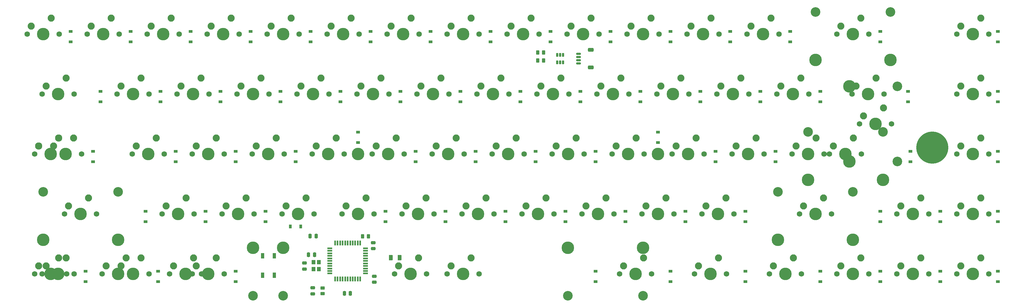
<source format=gbr>
%TF.GenerationSoftware,KiCad,Pcbnew,7.0.9*%
%TF.CreationDate,2023-11-09T15:49:42+02:00*%
%TF.ProjectId,keyboard,6b657962-6f61-4726-942e-6b696361645f,rev?*%
%TF.SameCoordinates,Original*%
%TF.FileFunction,Soldermask,Bot*%
%TF.FilePolarity,Negative*%
%FSLAX46Y46*%
G04 Gerber Fmt 4.6, Leading zero omitted, Abs format (unit mm)*
G04 Created by KiCad (PCBNEW 7.0.9) date 2023-11-09 15:49:42*
%MOMM*%
%LPD*%
G01*
G04 APERTURE LIST*
G04 Aperture macros list*
%AMRoundRect*
0 Rectangle with rounded corners*
0 $1 Rounding radius*
0 $2 $3 $4 $5 $6 $7 $8 $9 X,Y pos of 4 corners*
0 Add a 4 corners polygon primitive as box body*
4,1,4,$2,$3,$4,$5,$6,$7,$8,$9,$2,$3,0*
0 Add four circle primitives for the rounded corners*
1,1,$1+$1,$2,$3*
1,1,$1+$1,$4,$5*
1,1,$1+$1,$6,$7*
1,1,$1+$1,$8,$9*
0 Add four rect primitives between the rounded corners*
20,1,$1+$1,$2,$3,$4,$5,0*
20,1,$1+$1,$4,$5,$6,$7,0*
20,1,$1+$1,$6,$7,$8,$9,0*
20,1,$1+$1,$8,$9,$2,$3,0*%
G04 Aperture macros list end*
%ADD10C,3.048000*%
%ADD11C,3.987800*%
%ADD12C,1.750000*%
%ADD13C,2.250000*%
%ADD14C,10.200000*%
%ADD15C,2.300000*%
%ADD16R,1.200000X0.900000*%
%ADD17RoundRect,0.250000X-0.450000X0.262500X-0.450000X-0.262500X0.450000X-0.262500X0.450000X0.262500X0*%
%ADD18R,1.200000X1.400000*%
%ADD19RoundRect,0.250000X-0.475000X0.250000X-0.475000X-0.250000X0.475000X-0.250000X0.475000X0.250000X0*%
%ADD20RoundRect,0.250000X-0.262500X-0.450000X0.262500X-0.450000X0.262500X0.450000X-0.262500X0.450000X0*%
%ADD21RoundRect,0.150000X0.150000X-0.475000X0.150000X0.475000X-0.150000X0.475000X-0.150000X-0.475000X0*%
%ADD22RoundRect,0.250000X0.375000X0.625000X-0.375000X0.625000X-0.375000X-0.625000X0.375000X-0.625000X0*%
%ADD23RoundRect,0.250000X0.475000X-0.250000X0.475000X0.250000X-0.475000X0.250000X-0.475000X-0.250000X0*%
%ADD24R,0.550000X1.500000*%
%ADD25R,1.500000X0.550000*%
%ADD26R,1.100000X1.800000*%
%ADD27RoundRect,0.250000X0.250000X0.475000X-0.250000X0.475000X-0.250000X-0.475000X0.250000X-0.475000X0*%
%ADD28RoundRect,0.150000X-0.625000X0.150000X-0.625000X-0.150000X0.625000X-0.150000X0.625000X0.150000X0*%
%ADD29RoundRect,0.250000X-0.650000X0.350000X-0.650000X-0.350000X0.650000X-0.350000X0.650000X0.350000X0*%
%ADD30RoundRect,0.250000X0.262500X0.450000X-0.262500X0.450000X-0.262500X-0.450000X0.262500X-0.450000X0*%
%ADD31RoundRect,0.250000X-0.250000X-0.475000X0.250000X-0.475000X0.250000X0.475000X-0.250000X0.475000X0*%
%ADD32R,0.900000X1.200000*%
G04 APERTURE END LIST*
D10*
%TO.C,MX61*%
X311943750Y-271621250D03*
D11*
X311943750Y-286861250D03*
D12*
X318770000Y-278606250D03*
D11*
X323850000Y-278606250D03*
D12*
X328930000Y-278606250D03*
D10*
X335756250Y-271621250D03*
D11*
X335756250Y-286861250D03*
D13*
X320040000Y-276066250D03*
X326390000Y-273526250D03*
%TD*%
D12*
%TO.C,MX54*%
X278288750Y-297656250D03*
D11*
X283368750Y-297656250D03*
D12*
X288448750Y-297656250D03*
D13*
X279558750Y-295116250D03*
X285908750Y-292576250D03*
%TD*%
D12*
%TO.C,MX69*%
X68738750Y-316706250D03*
D11*
X73818750Y-316706250D03*
D12*
X78898750Y-316706250D03*
D13*
X70008750Y-314166250D03*
X76358750Y-311626250D03*
%TD*%
D12*
%TO.C,MX8*%
X97313750Y-278606250D03*
D11*
X102393750Y-278606250D03*
D12*
X107473750Y-278606250D03*
D13*
X98583750Y-276066250D03*
X104933750Y-273526250D03*
%TD*%
D12*
%TO.C,MX29*%
X183038750Y-297656250D03*
D11*
X188118750Y-297656250D03*
D12*
X193198750Y-297656250D03*
D13*
X184308750Y-295116250D03*
X190658750Y-292576250D03*
%TD*%
D12*
%TO.C,MX3*%
X71120000Y-278606250D03*
D11*
X76200000Y-278606250D03*
D12*
X81280000Y-278606250D03*
D13*
X72390000Y-276066250D03*
X78740000Y-273526250D03*
%TD*%
D12*
%TO.C,MX5*%
X66357500Y-316706250D03*
D11*
X71437500Y-316706250D03*
D12*
X76517500Y-316706250D03*
D13*
X67627500Y-314166250D03*
X73977500Y-311626250D03*
%TD*%
D12*
%TO.C,MX31*%
X178276250Y-240506250D03*
D11*
X183356250Y-240506250D03*
D12*
X188436250Y-240506250D03*
D13*
X179546250Y-237966250D03*
X185896250Y-235426250D03*
%TD*%
D12*
%TO.C,MX71*%
X116363750Y-316706250D03*
D11*
X121443750Y-316706250D03*
D12*
X126523750Y-316706250D03*
D13*
X117633750Y-314166250D03*
X123983750Y-311626250D03*
%TD*%
D12*
%TO.C,MX15*%
X109220000Y-316706250D03*
D11*
X114300000Y-316706250D03*
D12*
X119380000Y-316706250D03*
D13*
X110490000Y-314166250D03*
X116840000Y-311626250D03*
%TD*%
D12*
%TO.C,MX60*%
X302101250Y-259556250D03*
D11*
X307181250Y-259556250D03*
D12*
X312261250Y-259556250D03*
D13*
X303371250Y-257016250D03*
X309721250Y-254476250D03*
%TD*%
D12*
%TO.C,MX13*%
X116363750Y-278606250D03*
D11*
X121443750Y-278606250D03*
D12*
X126523750Y-278606250D03*
D13*
X117633750Y-276066250D03*
X123983750Y-273526250D03*
%TD*%
D12*
%TO.C,MX28*%
X173513750Y-278606250D03*
D11*
X178593750Y-278606250D03*
D12*
X183673750Y-278606250D03*
D13*
X174783750Y-276066250D03*
X181133750Y-273526250D03*
%TD*%
D11*
%TO.C,*%
X169068750Y-278606250D03*
%TD*%
D12*
%TO.C,MX52*%
X264001250Y-259556250D03*
D11*
X269081250Y-259556250D03*
D12*
X274161250Y-259556250D03*
D13*
X265271250Y-257016250D03*
X271621250Y-254476250D03*
%TD*%
D12*
%TO.C,MX47*%
X244951250Y-259556250D03*
D11*
X250031250Y-259556250D03*
D12*
X255111250Y-259556250D03*
D13*
X246221250Y-257016250D03*
X252571250Y-254476250D03*
%TD*%
D12*
%TO.C,MX45*%
X340201250Y-316706250D03*
D11*
X345281250Y-316706250D03*
D12*
X350361250Y-316706250D03*
D13*
X341471250Y-314166250D03*
X347821250Y-311626250D03*
%TD*%
D12*
%TO.C,MX25*%
X252095000Y-316706250D03*
D11*
X257175000Y-316706250D03*
D12*
X262255000Y-316706250D03*
D13*
X253365000Y-314166250D03*
X259715000Y-311626250D03*
%TD*%
D12*
%TO.C,MX32*%
X187801250Y-259556250D03*
D11*
X192881250Y-259556250D03*
D12*
X197961250Y-259556250D03*
D13*
X189071250Y-257016250D03*
X195421250Y-254476250D03*
%TD*%
D12*
%TO.C,MX36*%
X197326250Y-240506250D03*
D11*
X202406250Y-240506250D03*
D12*
X207486250Y-240506250D03*
D13*
X198596250Y-237966250D03*
X204946250Y-235426250D03*
%TD*%
D12*
%TO.C,MX50*%
X359251250Y-316706250D03*
D11*
X364331250Y-316706250D03*
D12*
X369411250Y-316706250D03*
D13*
X360521250Y-314166250D03*
X366871250Y-311626250D03*
%TD*%
D14*
%TO.C,*%
X351409000Y-276606000D03*
%TD*%
D11*
%TO.C,*%
X264318750Y-278606250D03*
%TD*%
D12*
%TO.C,MX64*%
X325913750Y-259556250D03*
D11*
X330993750Y-259556250D03*
D12*
X336073750Y-259556250D03*
D13*
X327183750Y-257016250D03*
X333533750Y-254476250D03*
%TD*%
D12*
%TO.C,MX34*%
X202088750Y-297656250D03*
D11*
X207168750Y-297656250D03*
D12*
X212248750Y-297656250D03*
D13*
X203358750Y-295116250D03*
X209708750Y-292576250D03*
%TD*%
D12*
%TO.C,MX49*%
X259238750Y-297656250D03*
D11*
X264318750Y-297656250D03*
D12*
X269398750Y-297656250D03*
D13*
X260508750Y-295116250D03*
X266858750Y-292576250D03*
%TD*%
D10*
%TO.C,MX58*%
X302418750Y-290671250D03*
D11*
X302418750Y-305911250D03*
D12*
X309245000Y-297656250D03*
D11*
X314325000Y-297656250D03*
D12*
X319405000Y-297656250D03*
D10*
X326231250Y-290671250D03*
D11*
X326231250Y-305911250D03*
D13*
X310515000Y-295116250D03*
X316865000Y-292576250D03*
%TD*%
D12*
%TO.C,MX17*%
X130651250Y-259556250D03*
D11*
X135731250Y-259556250D03*
D12*
X140811250Y-259556250D03*
D13*
X131921250Y-257016250D03*
X138271250Y-254476250D03*
%TD*%
D12*
%TO.C,MX46*%
X235426250Y-240506250D03*
D11*
X240506250Y-240506250D03*
D12*
X245586250Y-240506250D03*
D13*
X236696250Y-237966250D03*
X243046250Y-235426250D03*
%TD*%
D12*
%TO.C,MX62*%
X340201250Y-297656250D03*
D11*
X345281250Y-297656250D03*
D12*
X350361250Y-297656250D03*
D13*
X341471250Y-295116250D03*
X347821250Y-292576250D03*
%TD*%
D12*
%TO.C,MX6*%
X83026250Y-240506250D03*
D11*
X88106250Y-240506250D03*
D12*
X93186250Y-240506250D03*
D13*
X84296250Y-237966250D03*
X90646250Y-235426250D03*
%TD*%
D12*
%TO.C,MX30*%
X275907500Y-316706250D03*
D11*
X280987500Y-316706250D03*
D12*
X286067500Y-316706250D03*
D13*
X277177500Y-314166250D03*
X283527500Y-311626250D03*
%TD*%
D12*
%TO.C,MX70*%
X92551250Y-316706250D03*
D11*
X97631250Y-316706250D03*
D12*
X102711250Y-316706250D03*
D13*
X93821250Y-314166250D03*
X100171250Y-311626250D03*
%TD*%
D12*
%TO.C,MX66*%
X359251250Y-297656250D03*
D11*
X364331250Y-297656250D03*
D12*
X369411250Y-297656250D03*
D13*
X360521250Y-295116250D03*
X366871250Y-292576250D03*
%TD*%
D12*
%TO.C,MX39*%
X221138750Y-297656250D03*
D11*
X226218750Y-297656250D03*
D12*
X231298750Y-297656250D03*
D13*
X222408750Y-295116250D03*
X228758750Y-292576250D03*
%TD*%
D12*
%TO.C,MX41*%
X216376250Y-240506250D03*
D11*
X221456250Y-240506250D03*
D12*
X226536250Y-240506250D03*
D13*
X217646250Y-237966250D03*
X223996250Y-235426250D03*
%TD*%
D11*
%TO.C,MX20*%
X135737600Y-308451250D03*
D10*
X135737600Y-323691250D03*
D12*
X180657500Y-316706250D03*
D11*
X185737500Y-316706250D03*
D12*
X190817500Y-316706250D03*
D11*
X235737400Y-308451250D03*
D10*
X235737400Y-323691250D03*
D13*
X181927500Y-314166250D03*
X188277500Y-311626250D03*
%TD*%
D12*
%TO.C,MX14*%
X125888750Y-297656250D03*
D11*
X130968750Y-297656250D03*
D12*
X136048750Y-297656250D03*
D13*
X127158750Y-295116250D03*
X133508750Y-292576250D03*
%TD*%
D12*
%TO.C,MX12*%
X111601250Y-259556250D03*
D11*
X116681250Y-259556250D03*
D12*
X121761250Y-259556250D03*
D13*
X112871250Y-257016250D03*
X119221250Y-254476250D03*
%TD*%
D12*
%TO.C,MX67*%
X359251250Y-240506250D03*
D11*
X364331250Y-240506250D03*
D12*
X369411250Y-240506250D03*
D13*
X360521250Y-237966250D03*
X366871250Y-235426250D03*
%TD*%
D12*
%TO.C,MX73*%
X66357500Y-278606250D03*
D11*
X71437500Y-278606250D03*
D12*
X76517500Y-278606250D03*
D15*
X67627500Y-276066250D03*
X73977500Y-273526250D03*
%TD*%
D12*
%TO.C,MX9*%
X106838750Y-297656250D03*
D11*
X111918750Y-297656250D03*
D12*
X116998750Y-297656250D03*
D13*
X108108750Y-295116250D03*
X114458750Y-292576250D03*
%TD*%
D12*
%TO.C,MX35*%
X299720000Y-316706250D03*
D11*
X304800000Y-316706250D03*
D12*
X309880000Y-316706250D03*
D13*
X300990000Y-314166250D03*
X307340000Y-311626250D03*
%TD*%
D12*
%TO.C,MX10*%
X87788750Y-316706250D03*
D11*
X92868750Y-316706250D03*
D12*
X97948750Y-316706250D03*
D13*
X89058750Y-314166250D03*
X95408750Y-311626250D03*
%TD*%
D12*
%TO.C,MX40*%
X321151250Y-316706250D03*
D11*
X326231250Y-316706250D03*
D12*
X331311250Y-316706250D03*
D13*
X322421250Y-314166250D03*
X328771250Y-311626250D03*
%TD*%
D12*
%TO.C,MX33*%
X192563750Y-278606250D03*
D11*
X197643750Y-278606250D03*
D12*
X202723750Y-278606250D03*
D13*
X193833750Y-276066250D03*
X200183750Y-273526250D03*
%TD*%
D10*
%TO.C,MX63*%
X314325000Y-233521250D03*
D11*
X314325000Y-248761250D03*
D12*
X321151250Y-240506250D03*
D11*
X326231250Y-240506250D03*
D12*
X331311250Y-240506250D03*
D10*
X338137500Y-233521250D03*
D11*
X338137500Y-248761250D03*
D13*
X322421250Y-237966250D03*
X328771250Y-235426250D03*
%TD*%
D12*
%TO.C,MX2*%
X68738750Y-259556250D03*
D11*
X73818750Y-259556250D03*
D12*
X78898750Y-259556250D03*
D13*
X70008750Y-257016250D03*
X76358750Y-254476250D03*
%TD*%
D12*
%TO.C,MX24*%
X163988750Y-297656250D03*
D11*
X169068750Y-297656250D03*
D12*
X174148750Y-297656250D03*
D13*
X165258750Y-295116250D03*
X171608750Y-292576250D03*
%TD*%
D12*
%TO.C,MX44*%
X240188750Y-297656250D03*
D11*
X245268750Y-297656250D03*
D12*
X250348750Y-297656250D03*
D13*
X241458750Y-295116250D03*
X247808750Y-292576250D03*
%TD*%
D12*
%TO.C,MX19*%
X144938750Y-297656250D03*
D11*
X150018750Y-297656250D03*
D12*
X155098750Y-297656250D03*
D13*
X146208750Y-295116250D03*
X152558750Y-292576250D03*
%TD*%
D12*
%TO.C,MX38*%
X211613750Y-278606250D03*
D11*
X216693750Y-278606250D03*
D12*
X221773750Y-278606250D03*
D13*
X212883750Y-276066250D03*
X219233750Y-273526250D03*
%TD*%
D11*
%TO.C,MX72*%
X145256250Y-308451250D03*
D10*
X145256250Y-323691250D03*
D12*
X197326250Y-316706250D03*
D11*
X202406250Y-316706250D03*
D12*
X207486250Y-316706250D03*
D11*
X259556250Y-308451250D03*
D10*
X259556250Y-323691250D03*
D13*
X198596250Y-314166250D03*
X204946250Y-311626250D03*
%TD*%
D12*
%TO.C,MX68*%
X359251250Y-259556250D03*
D11*
X364331250Y-259556250D03*
D12*
X369411250Y-259556250D03*
D13*
X360521250Y-257016250D03*
X366871250Y-254476250D03*
%TD*%
D12*
%TO.C,MX51*%
X254476250Y-240506250D03*
D11*
X259556250Y-240506250D03*
D12*
X264636250Y-240506250D03*
D13*
X255746250Y-237966250D03*
X262096250Y-235426250D03*
%TD*%
D12*
%TO.C,MX75*%
X306863750Y-278606250D03*
D11*
X311943750Y-278606250D03*
D12*
X317023750Y-278606250D03*
D13*
X308133750Y-276066250D03*
X314483750Y-273526250D03*
%TD*%
D12*
%TO.C,MX56*%
X283051250Y-259556250D03*
D11*
X288131250Y-259556250D03*
D12*
X293211250Y-259556250D03*
D13*
X284321250Y-257016250D03*
X290671250Y-254476250D03*
%TD*%
D12*
%TO.C,MX42*%
X225901250Y-259556250D03*
D11*
X230981250Y-259556250D03*
D12*
X236061250Y-259556250D03*
D13*
X227171250Y-257016250D03*
X233521250Y-254476250D03*
%TD*%
D12*
%TO.C,MX43*%
X230663750Y-278606250D03*
D11*
X235743750Y-278606250D03*
D12*
X240823750Y-278606250D03*
D13*
X231933750Y-276066250D03*
X238283750Y-273526250D03*
%TD*%
D12*
%TO.C,MX22*%
X149701250Y-259556250D03*
D11*
X154781250Y-259556250D03*
D12*
X159861250Y-259556250D03*
D13*
X150971250Y-257016250D03*
X157321250Y-254476250D03*
%TD*%
D12*
%TO.C,MX53*%
X268763750Y-278606250D03*
D11*
X273843750Y-278606250D03*
D12*
X278923750Y-278606250D03*
D13*
X270033750Y-276066250D03*
X276383750Y-273526250D03*
%TD*%
D12*
%TO.C,MX65*%
X359251250Y-278606250D03*
D11*
X364331250Y-278606250D03*
D12*
X369411250Y-278606250D03*
D13*
X360521250Y-276066250D03*
X366871250Y-273526250D03*
%TD*%
D10*
%TO.C,MX4*%
X69056250Y-290671250D03*
D11*
X69056250Y-305911250D03*
D12*
X75882500Y-297656250D03*
D11*
X80962500Y-297656250D03*
D12*
X86042500Y-297656250D03*
D10*
X92868750Y-290671250D03*
D11*
X92868750Y-305911250D03*
D13*
X77152500Y-295116250D03*
X83502500Y-292576250D03*
%TD*%
D12*
%TO.C,MX7*%
X92551250Y-259556250D03*
D11*
X97631250Y-259556250D03*
D12*
X102711250Y-259556250D03*
D13*
X93821250Y-257016250D03*
X100171250Y-254476250D03*
%TD*%
D12*
%TO.C,MX55*%
X273526250Y-240506250D03*
D11*
X278606250Y-240506250D03*
D12*
X283686250Y-240506250D03*
D13*
X274796250Y-237966250D03*
X281146250Y-235426250D03*
%TD*%
D12*
%TO.C,MX23*%
X154463750Y-278606250D03*
D11*
X159543750Y-278606250D03*
D12*
X164623750Y-278606250D03*
D13*
X155733750Y-276066250D03*
X162083750Y-273526250D03*
%TD*%
D12*
%TO.C,MX16*%
X121126250Y-240506250D03*
D11*
X126206250Y-240506250D03*
D12*
X131286250Y-240506250D03*
D13*
X122396250Y-237966250D03*
X128746250Y-235426250D03*
%TD*%
D11*
%TO.C,MX74*%
X325120000Y-257143250D03*
X325120000Y-281019250D03*
D12*
X328295000Y-269081250D03*
D11*
X333375000Y-269081250D03*
D12*
X338455000Y-269081250D03*
D10*
X340360000Y-257143250D03*
X340360000Y-281019250D03*
D13*
X329565000Y-266541250D03*
X335915000Y-264001250D03*
%TD*%
D12*
%TO.C,MX18*%
X135413750Y-278606250D03*
D11*
X140493750Y-278606250D03*
D12*
X145573750Y-278606250D03*
D13*
X136683750Y-276066250D03*
X143033750Y-273526250D03*
%TD*%
D12*
%TO.C,MX37*%
X206851250Y-259556250D03*
D11*
X211931250Y-259556250D03*
D12*
X217011250Y-259556250D03*
D13*
X208121250Y-257016250D03*
X214471250Y-254476250D03*
%TD*%
D12*
%TO.C,MX48*%
X249713750Y-278606250D03*
D11*
X254793750Y-278606250D03*
D12*
X259873750Y-278606250D03*
D13*
X250983750Y-276066250D03*
X257333750Y-273526250D03*
%TD*%
D12*
%TO.C,MX59*%
X292576250Y-240506250D03*
D11*
X297656250Y-240506250D03*
D12*
X302736250Y-240506250D03*
D13*
X293846250Y-237966250D03*
X300196250Y-235426250D03*
%TD*%
D12*
%TO.C,MX26*%
X159226250Y-240506250D03*
D11*
X164306250Y-240506250D03*
D12*
X169386250Y-240506250D03*
D13*
X160496250Y-237966250D03*
X166846250Y-235426250D03*
%TD*%
D12*
%TO.C,MX21*%
X140176250Y-240506250D03*
D11*
X145256250Y-240506250D03*
D12*
X150336250Y-240506250D03*
D13*
X141446250Y-237966250D03*
X147796250Y-235426250D03*
%TD*%
D12*
%TO.C,MX57*%
X287813750Y-278606250D03*
D11*
X292893750Y-278606250D03*
D12*
X297973750Y-278606250D03*
D13*
X289083750Y-276066250D03*
X295433750Y-273526250D03*
%TD*%
D12*
%TO.C,MX27*%
X168751250Y-259556250D03*
D11*
X173831250Y-259556250D03*
D12*
X178911250Y-259556250D03*
D13*
X170021250Y-257016250D03*
X176371250Y-254476250D03*
%TD*%
D12*
%TO.C,MX1*%
X63976250Y-240506250D03*
D11*
X69056250Y-240506250D03*
D12*
X74136250Y-240506250D03*
D13*
X65246250Y-237966250D03*
X71596250Y-235426250D03*
%TD*%
D12*
%TO.C,MX11*%
X102076250Y-240506250D03*
D11*
X107156250Y-240506250D03*
D12*
X112236250Y-240506250D03*
D13*
X103346250Y-237966250D03*
X109696250Y-235426250D03*
%TD*%
D16*
%TO.C,D14*%
X139700000Y-300100000D03*
X139700000Y-296800000D03*
%TD*%
%TO.C,D22*%
X163512500Y-262000000D03*
X163512500Y-258700000D03*
%TD*%
%TO.C,D12*%
X125412500Y-262000000D03*
X125412500Y-258700000D03*
%TD*%
%TO.C,D47*%
X258762500Y-262000000D03*
X258762500Y-258700000D03*
%TD*%
D17*
%TO.C,R3*%
X157829250Y-321191250D03*
X157829250Y-323016250D03*
%TD*%
D16*
%TO.C,D48*%
X264318750Y-274954000D03*
X264318750Y-271654000D03*
%TD*%
%TO.C,D52*%
X277812500Y-262000000D03*
X277812500Y-258700000D03*
%TD*%
%TO.C,D29*%
X196850000Y-300100000D03*
X196850000Y-296800000D03*
%TD*%
D18*
%TO.C,Y1*%
X156640000Y-313014000D03*
X156640000Y-315214000D03*
X154940000Y-315214000D03*
X154940000Y-313014000D03*
%TD*%
D19*
%TO.C,C2*%
X173863000Y-306771000D03*
X173863000Y-308671000D03*
%TD*%
D16*
%TO.C,D42*%
X239712500Y-262000000D03*
X239712500Y-258700000D03*
%TD*%
%TO.C,D67*%
X372237000Y-242950000D03*
X372237000Y-239650000D03*
%TD*%
%TO.C,D64*%
X343693750Y-262000000D03*
X343693750Y-258700000D03*
%TD*%
%TO.C,D6*%
X96837500Y-242950000D03*
X96837500Y-239650000D03*
%TD*%
%TO.C,D3*%
X84931250Y-281050000D03*
X84931250Y-277750000D03*
%TD*%
%TO.C,D40*%
X334962500Y-319150000D03*
X334962500Y-315850000D03*
%TD*%
%TO.C,D17*%
X144462500Y-262000000D03*
X144462500Y-258700000D03*
%TD*%
%TO.C,D27*%
X182562500Y-262000000D03*
X182562500Y-258700000D03*
%TD*%
%TO.C,D50*%
X372268750Y-319150000D03*
X372268750Y-315850000D03*
%TD*%
%TO.C,D65*%
X372268750Y-281050000D03*
X372268750Y-277750000D03*
%TD*%
%TO.C,D54*%
X292100000Y-300100000D03*
X292100000Y-296800000D03*
%TD*%
%TO.C,D45*%
X354012500Y-319150000D03*
X354012500Y-315850000D03*
%TD*%
%TO.C,D63*%
X334962500Y-242950000D03*
X334962500Y-239650000D03*
%TD*%
%TO.C,D38*%
X225425000Y-281050000D03*
X225425000Y-277750000D03*
%TD*%
D20*
%TO.C,R4*%
X170537500Y-304800000D03*
X172362500Y-304800000D03*
%TD*%
D21*
%TO.C,U2*%
X234182500Y-249488999D03*
X233232500Y-249488999D03*
X232282500Y-249488999D03*
X232282500Y-247138999D03*
X233232500Y-247138999D03*
X234182500Y-247138999D03*
%TD*%
D16*
%TO.C,D9*%
X120650000Y-300100000D03*
X120650000Y-296800000D03*
%TD*%
%TO.C,D34*%
X215900000Y-300100000D03*
X215900000Y-296800000D03*
%TD*%
%TO.C,D1*%
X77787500Y-242950000D03*
X77787500Y-239650000D03*
%TD*%
D22*
%TO.C,F1*%
X182248000Y-311531000D03*
X179448000Y-311531000D03*
%TD*%
D16*
%TO.C,D41*%
X230187500Y-242950000D03*
X230187500Y-239650000D03*
%TD*%
%TO.C,D39*%
X234950000Y-300100000D03*
X234950000Y-296800000D03*
%TD*%
%TO.C,D60*%
X315912500Y-262000000D03*
X315912500Y-258700000D03*
%TD*%
%TO.C,D16*%
X134937500Y-242950000D03*
X134937500Y-239650000D03*
%TD*%
%TO.C,D56*%
X296862500Y-262000000D03*
X296862500Y-258700000D03*
%TD*%
%TO.C,D36*%
X211137500Y-242950000D03*
X211137500Y-239650000D03*
%TD*%
%TO.C,D10*%
X105568750Y-319150000D03*
X105568750Y-315850000D03*
%TD*%
D19*
%TO.C,C4*%
X152068000Y-313248000D03*
X152068000Y-315148000D03*
%TD*%
D16*
%TO.C,D30*%
X292100000Y-319150000D03*
X292100000Y-315850000D03*
%TD*%
D23*
%TO.C,C7*%
X174254618Y-319341789D03*
X174254618Y-317441789D03*
%TD*%
D16*
%TO.C,D25*%
X268287500Y-319150000D03*
X268287500Y-315850000D03*
%TD*%
%TO.C,D43*%
X244475000Y-281050000D03*
X244475000Y-277750000D03*
%TD*%
%TO.C,D44*%
X254000000Y-300100000D03*
X254000000Y-296800000D03*
%TD*%
D24*
%TO.C,U1*%
X169766750Y-318278750D03*
X168966750Y-318278750D03*
X168166750Y-318278750D03*
X167366750Y-318278750D03*
X166566750Y-318278750D03*
X165766750Y-318278750D03*
X164966750Y-318278750D03*
X164166750Y-318278750D03*
X163366750Y-318278750D03*
X162566750Y-318278750D03*
X161766750Y-318278750D03*
D25*
X160066750Y-316578750D03*
X160066750Y-315778750D03*
X160066750Y-314978750D03*
X160066750Y-314178750D03*
X160066750Y-313378750D03*
X160066750Y-312578750D03*
X160066750Y-311778750D03*
X160066750Y-310978750D03*
X160066750Y-310178750D03*
X160066750Y-309378750D03*
X160066750Y-308578750D03*
D24*
X161766750Y-306878750D03*
X162566750Y-306878750D03*
X163366750Y-306878750D03*
X164166750Y-306878750D03*
X164966750Y-306878750D03*
X165766750Y-306878750D03*
X166566750Y-306878750D03*
X167366750Y-306878750D03*
X168166750Y-306878750D03*
X168966750Y-306878750D03*
X169766750Y-306878750D03*
D25*
X171466750Y-308578750D03*
X171466750Y-309378750D03*
X171466750Y-310178750D03*
X171466750Y-310978750D03*
X171466750Y-311778750D03*
X171466750Y-312578750D03*
X171466750Y-313378750D03*
X171466750Y-314178750D03*
X171466750Y-314978750D03*
X171466750Y-315778750D03*
X171466750Y-316578750D03*
%TD*%
D16*
%TO.C,D2*%
X87312500Y-262000000D03*
X87312500Y-258700000D03*
%TD*%
D23*
%TO.C,C1*%
X154654250Y-323053750D03*
X154654250Y-321153750D03*
%TD*%
D16*
%TO.C,D32*%
X201612500Y-262000000D03*
X201612500Y-258700000D03*
%TD*%
%TO.C,D58*%
X334962500Y-300100000D03*
X334962500Y-296800000D03*
%TD*%
%TO.C,D15*%
X130175000Y-319150000D03*
X130175000Y-315850000D03*
%TD*%
%TO.C,D57*%
X301625000Y-281050000D03*
X301625000Y-277750000D03*
%TD*%
%TO.C,D55*%
X287274000Y-242950000D03*
X287274000Y-239650000D03*
%TD*%
D26*
%TO.C,SW1*%
X138739000Y-310971000D03*
X142439000Y-317171000D03*
X142439000Y-310971000D03*
X138739000Y-317171000D03*
%TD*%
D16*
%TO.C,D24*%
X177800000Y-300100000D03*
X177800000Y-296800000D03*
%TD*%
%TO.C,D13*%
X130175000Y-281050000D03*
X130175000Y-277750000D03*
%TD*%
%TO.C,D7*%
X106362500Y-262000000D03*
X106362500Y-258700000D03*
%TD*%
%TO.C,D68*%
X372268750Y-262000000D03*
X372268750Y-258700000D03*
%TD*%
D27*
%TO.C,C5*%
X155763000Y-304673000D03*
X153863000Y-304673000D03*
%TD*%
D16*
%TO.C,D28*%
X187325000Y-281050000D03*
X187325000Y-277750000D03*
%TD*%
%TO.C,D49*%
X273050000Y-300100000D03*
X273050000Y-296800000D03*
%TD*%
%TO.C,D23*%
X169037000Y-274954000D03*
X169037000Y-271654000D03*
%TD*%
%TO.C,D37*%
X220662500Y-262000000D03*
X220662500Y-258700000D03*
%TD*%
D28*
%TO.C,J1*%
X239106500Y-246813999D03*
X239106500Y-247813999D03*
X239106500Y-248813999D03*
X239106500Y-249813999D03*
D29*
X242981500Y-245513999D03*
X242981500Y-251113999D03*
%TD*%
D16*
%TO.C,D33*%
X206375000Y-281050000D03*
X206375000Y-277750000D03*
%TD*%
%TO.C,D59*%
X306324000Y-242950000D03*
X306324000Y-239650000D03*
%TD*%
%TO.C,D62*%
X354012500Y-300100000D03*
X354012500Y-296800000D03*
%TD*%
D30*
%TO.C,R2*%
X227985500Y-246371749D03*
X226160500Y-246371749D03*
%TD*%
D31*
%TO.C,C6*%
X164721500Y-322897500D03*
X166621500Y-322897500D03*
%TD*%
D16*
%TO.C,D5*%
X82550000Y-319150000D03*
X82550000Y-315850000D03*
%TD*%
%TO.C,D35*%
X315912500Y-319150000D03*
X315912500Y-315850000D03*
%TD*%
%TO.C,D8*%
X111125000Y-281050000D03*
X111125000Y-277750000D03*
%TD*%
D32*
%TO.C,D19*%
X147575000Y-301625000D03*
X150875000Y-301625000D03*
%TD*%
D31*
%TO.C,C3*%
X153352500Y-310580250D03*
X155252500Y-310580250D03*
%TD*%
D16*
%TO.C,D21*%
X153987500Y-242950000D03*
X153987500Y-239650000D03*
%TD*%
%TO.C,D18*%
X149225000Y-281050000D03*
X149225000Y-277750000D03*
%TD*%
%TO.C,D51*%
X268287500Y-242950000D03*
X268287500Y-239650000D03*
%TD*%
%TO.C,D26*%
X173037500Y-242950000D03*
X173037500Y-239650000D03*
%TD*%
%TO.C,D53*%
X282575000Y-281050000D03*
X282575000Y-277750000D03*
%TD*%
%TO.C,D31*%
X192087500Y-242950000D03*
X192087500Y-239650000D03*
%TD*%
%TO.C,D20*%
X244475000Y-319150000D03*
X244475000Y-315850000D03*
%TD*%
%TO.C,D4*%
X101600000Y-300100000D03*
X101600000Y-296800000D03*
%TD*%
%TO.C,D11*%
X115887500Y-242950000D03*
X115887500Y-239650000D03*
%TD*%
%TO.C,D66*%
X372268750Y-300100000D03*
X372268750Y-296800000D03*
%TD*%
%TO.C,D61*%
X344487500Y-281050000D03*
X344487500Y-277750000D03*
%TD*%
%TO.C,D46*%
X249237500Y-242950000D03*
X249237500Y-239650000D03*
%TD*%
D30*
%TO.C,R1*%
X227985500Y-248911749D03*
X226160500Y-248911749D03*
%TD*%
M02*

</source>
